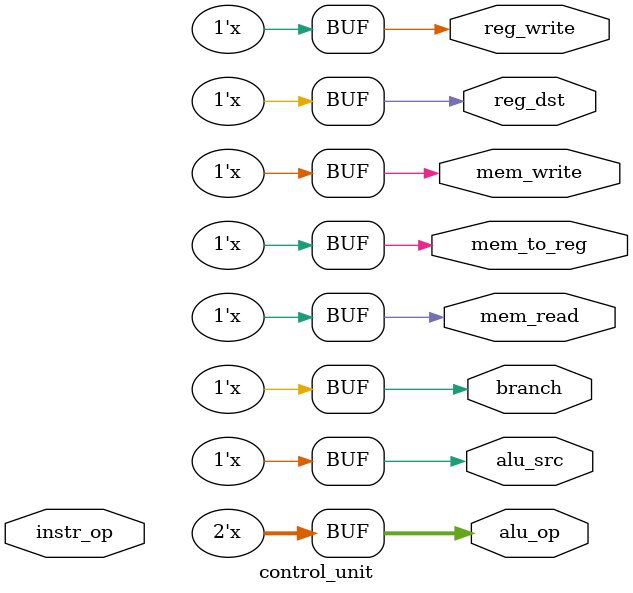
<source format=v>
`timescale 1ns / 1ps
module control_unit  (
    input wire [5:0]  instr_op , 
    output reg reg_dst      ,   
    output reg  branch    ,     
    output reg  mem_read ,  
    output reg  mem_to_reg  ,
    output reg [1:0] alu_op  ,        
    output reg  mem_write  , 
    output reg  alu_src     ,    
    output reg  reg_write  
    );  

always @(*)
begin
	reg_dst 	<=  reg_dst;   	
	branch 		<=  branch ;	
	mem_read 	<=  mem_read ;
	mem_to_reg  <=  mem_to_reg;
	alu_op  	<=  alu_op ;
	mem_write 	<=  mem_write ;
	alu_src 	<=  alu_src ;  
	reg_write 	<=  reg_write ;
end
 
always @(*)
begin
	case(instr_op) 
		6'b000000:
		begin
			 reg_dst 		= 1'b1;
			 alu_src 		= 1'b0;
			 mem_to_reg 	= 1'b0;
			 reg_write 		= 1'b1;
			 mem_read		= 1'b0;
			 mem_write		= 1'b0;
			 branch 		= 1'b0;
			 alu_op 		= 2'b10;		 
		 end
		6'b100011:
		begin
			 reg_dst 		= 1'b0;
			 alu_src 		= 1'b1;
			 mem_to_reg 	= 1'b1;
			 reg_write 		= 1'b1;
			 mem_read		= 1'b1;
			 mem_write		= 1'b0;
			 branch 		= 1'b0;
			 alu_op 		= 2'b00;
		 end
		6'b101011:
		begin
			 reg_dst 		= 1'bx;
			 alu_src 		= 1'b1;
			 mem_to_reg 	= 1'bx;
			 reg_write 		= 1'b0;
			 mem_read		= 1'b0;
			 mem_write		= 1'b1;
			 branch 		= 1'b0;
			 alu_op 		= 2'b00;
		 end	 
		6'b000100:
		begin
			 reg_dst 		= 1'bx;
			 alu_src 		= 1'b0;
			 mem_to_reg 	= 1'bx;
			 reg_write 		= 1'b0;
			 mem_read		= 1'b0;
			 mem_write		= 1'b0;
			 branch 		= 1'b1;
			 alu_op 		= 2'b01;
		 end	
		6'b001000:
		begin
			 reg_dst 		= 1'b0;
			 alu_src 		= 1'b1;
			 mem_to_reg 	= 1'b0;
			 reg_write 		= 1'b1;
			 mem_read		= 1'b0;
			 mem_write		= 1'b0;
			 branch 		= 1'b0;
			 alu_op 		= 2'b00;
		end
	endcase	
end 
 
endmodule

</source>
